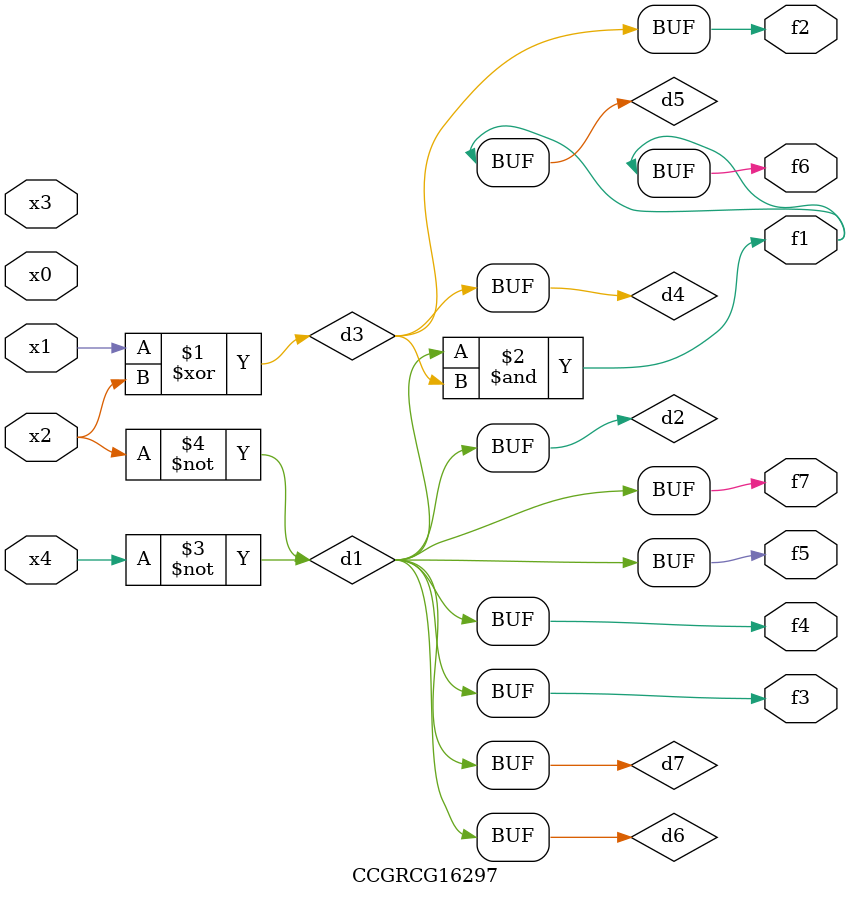
<source format=v>
module CCGRCG16297(
	input x0, x1, x2, x3, x4,
	output f1, f2, f3, f4, f5, f6, f7
);

	wire d1, d2, d3, d4, d5, d6, d7;

	not (d1, x4);
	not (d2, x2);
	xor (d3, x1, x2);
	buf (d4, d3);
	and (d5, d1, d3);
	buf (d6, d1, d2);
	buf (d7, d2);
	assign f1 = d5;
	assign f2 = d4;
	assign f3 = d7;
	assign f4 = d7;
	assign f5 = d7;
	assign f6 = d5;
	assign f7 = d7;
endmodule

</source>
